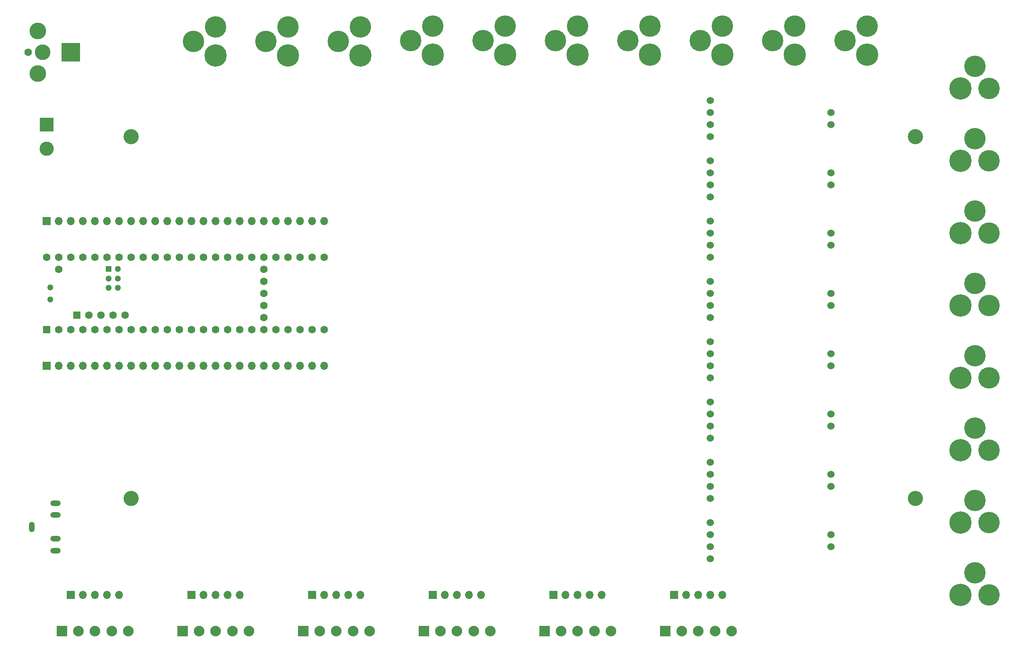
<source format=gbr>
%TF.GenerationSoftware,KiCad,Pcbnew,7.0.2-0*%
%TF.CreationDate,2023-06-26T15:28:45-04:00*%
%TF.ProjectId,6-Camera-PCB,362d4361-6d65-4726-912d-5043422e6b69,rev?*%
%TF.SameCoordinates,Original*%
%TF.FileFunction,Soldermask,Top*%
%TF.FilePolarity,Negative*%
%FSLAX46Y46*%
G04 Gerber Fmt 4.6, Leading zero omitted, Abs format (unit mm)*
G04 Created by KiCad (PCBNEW 7.0.2-0) date 2023-06-26 15:28:45*
%MOMM*%
%LPD*%
G01*
G04 APERTURE LIST*
G04 Aperture macros list*
%AMRoundRect*
0 Rectangle with rounded corners*
0 $1 Rounding radius*
0 $2 $3 $4 $5 $6 $7 $8 $9 X,Y pos of 4 corners*
0 Add a 4 corners polygon primitive as box body*
4,1,4,$2,$3,$4,$5,$6,$7,$8,$9,$2,$3,0*
0 Add four circle primitives for the rounded corners*
1,1,$1+$1,$2,$3*
1,1,$1+$1,$4,$5*
1,1,$1+$1,$6,$7*
1,1,$1+$1,$8,$9*
0 Add four rect primitives between the rounded corners*
20,1,$1+$1,$2,$3,$4,$5,0*
20,1,$1+$1,$4,$5,$6,$7,0*
20,1,$1+$1,$6,$7,$8,$9,0*
20,1,$1+$1,$8,$9,$2,$3,0*%
G04 Aperture macros list end*
%ADD10C,3.200000*%
%ADD11C,4.703200*%
%ADD12C,4.521200*%
%ADD13RoundRect,0.101600X-1.016000X-1.016000X1.016000X-1.016000X1.016000X1.016000X-1.016000X1.016000X0*%
%ADD14C,2.235200*%
%ADD15R,1.700000X1.700000*%
%ADD16O,1.700000X1.700000*%
%ADD17C,1.524000*%
%ADD18C,1.600000*%
%ADD19R,1.600000X1.600000*%
%ADD20R,1.300000X1.300000*%
%ADD21C,1.300000*%
%ADD22R,3.000000X3.000000*%
%ADD23C,3.000000*%
%ADD24O,2.200000X1.200000*%
%ADD25O,1.200000X2.200000*%
%ADD26C,3.500000*%
%ADD27C,3.300000*%
%ADD28R,4.000000X4.000000*%
G04 APERTURE END LIST*
D10*
%TO.C,H3*%
X228600000Y-50800000D03*
%TD*%
%TO.C,H4*%
X228600000Y-127000000D03*
%TD*%
%TO.C,H2*%
X63500000Y-50800000D03*
%TD*%
%TO.C,H1*%
X63500000Y-127000000D03*
%TD*%
D11*
%TO.C,J18*%
X96520000Y-33710880D03*
D12*
X96520000Y-27711400D03*
X91821000Y-30711140D03*
%TD*%
D11*
%TO.C,J17*%
X111760000Y-33710880D03*
D12*
X111760000Y-27711400D03*
X107061000Y-30711140D03*
%TD*%
D11*
%TO.C,J16*%
X127000000Y-33510880D03*
D12*
X127000000Y-27511400D03*
X122301000Y-30511140D03*
%TD*%
D11*
%TO.C,J11*%
X203200000Y-33510880D03*
D12*
X203200000Y-27511400D03*
X198501000Y-30511140D03*
%TD*%
%TO.C,J22*%
X241068860Y-112141000D03*
X244068600Y-116840000D03*
D11*
X238069120Y-116840000D03*
%TD*%
D12*
%TO.C,J23*%
X241068860Y-96901000D03*
X244068600Y-101600000D03*
D11*
X238069120Y-101600000D03*
%TD*%
%TO.C,J14*%
X157480000Y-33510880D03*
D12*
X157480000Y-27511400D03*
X152781000Y-30511140D03*
%TD*%
%TO.C,J21*%
X241068860Y-127381000D03*
X244068600Y-132080000D03*
D11*
X238069120Y-132080000D03*
%TD*%
D12*
%TO.C,J20*%
X241068860Y-142621000D03*
X244068600Y-147320000D03*
D11*
X238069120Y-147320000D03*
%TD*%
%TO.C,J10*%
X218440000Y-33510880D03*
D12*
X218440000Y-27511400D03*
X213741000Y-30511140D03*
%TD*%
D11*
%TO.C,J13*%
X172720000Y-33510880D03*
D12*
X172720000Y-27511400D03*
X168021000Y-30511140D03*
%TD*%
D11*
%TO.C,J12*%
X187960000Y-33510880D03*
D12*
X187960000Y-27511400D03*
X183261000Y-30511140D03*
%TD*%
D11*
%TO.C,J15*%
X142240000Y-33510880D03*
D12*
X142240000Y-27511400D03*
X137541000Y-30511140D03*
%TD*%
%TO.C,J26*%
X241068860Y-51181000D03*
X244068600Y-55880000D03*
D11*
X238069120Y-55880000D03*
%TD*%
D12*
%TO.C,J24*%
X241068860Y-81661000D03*
X244068600Y-86360000D03*
D11*
X238069120Y-86360000D03*
%TD*%
D12*
%TO.C,J25*%
X241068860Y-66421000D03*
X244068600Y-71120000D03*
D11*
X238069120Y-71120000D03*
%TD*%
D12*
%TO.C,J27*%
X241068860Y-35941000D03*
X244068600Y-40640000D03*
D11*
X238069120Y-40640000D03*
%TD*%
%TO.C,J19*%
X81280000Y-33710880D03*
D12*
X81280000Y-27711400D03*
X76581000Y-30711140D03*
%TD*%
D13*
%TO.C,J3*%
X48882300Y-154940000D03*
D14*
X52379880Y-154940000D03*
X55880000Y-154940000D03*
X59380120Y-154940000D03*
X62880240Y-154940000D03*
%TD*%
D15*
%TO.C,J28*%
X45720000Y-68580000D03*
D16*
X48260000Y-68580000D03*
X50800000Y-68580000D03*
X53340000Y-68580000D03*
X55880000Y-68580000D03*
X58420000Y-68580000D03*
X60960000Y-68580000D03*
X63500000Y-68580000D03*
X66040000Y-68580000D03*
X68580000Y-68580000D03*
X71120000Y-68580000D03*
X73660000Y-68580000D03*
X76200000Y-68580000D03*
X78740000Y-68580000D03*
X81280000Y-68580000D03*
X83820000Y-68580000D03*
X86360000Y-68580000D03*
X88900000Y-68580000D03*
X91440000Y-68580000D03*
X93980000Y-68580000D03*
X96520000Y-68580000D03*
X99060000Y-68580000D03*
X101600000Y-68580000D03*
X104140000Y-68580000D03*
%TD*%
D17*
%TO.C,U6*%
X185420000Y-88900000D03*
X185420000Y-86360000D03*
X185420000Y-83820000D03*
X185420000Y-81280000D03*
X210820000Y-83820000D03*
X210820000Y-86360000D03*
%TD*%
D13*
%TO.C,J4*%
X74282300Y-154940000D03*
D14*
X77779880Y-154940000D03*
X81280000Y-154940000D03*
X84780120Y-154940000D03*
X88280240Y-154940000D03*
%TD*%
D17*
%TO.C,U9*%
X185420000Y-50800000D03*
X185420000Y-48260000D03*
X185420000Y-45720000D03*
X185420000Y-43180000D03*
X210820000Y-45720000D03*
X210820000Y-48260000D03*
%TD*%
%TO.C,U8*%
X185420000Y-63500000D03*
X185420000Y-60960000D03*
X185420000Y-58420000D03*
X185420000Y-55880000D03*
X210820000Y-58420000D03*
X210820000Y-60960000D03*
%TD*%
D16*
%TO.C,J30*%
X137160000Y-147320000D03*
X134620000Y-147320000D03*
X132080000Y-147320000D03*
X129540000Y-147320000D03*
D15*
X127000000Y-147320000D03*
%TD*%
D16*
%TO.C,J31*%
X60960000Y-147320000D03*
X58420000Y-147320000D03*
X55880000Y-147320000D03*
X53340000Y-147320000D03*
D15*
X50800000Y-147320000D03*
%TD*%
D18*
%TO.C,U1*%
X48260000Y-78740000D03*
X62179200Y-88389200D03*
X59639200Y-88389200D03*
X57099200Y-88389200D03*
X54559200Y-88389200D03*
D19*
X52019200Y-88389200D03*
D18*
X45720000Y-76200000D03*
X48260000Y-76200000D03*
X50800000Y-76200000D03*
X53340000Y-76200000D03*
X55880000Y-76200000D03*
X58420000Y-76200000D03*
X60960000Y-76200000D03*
X63500000Y-76200000D03*
X66040000Y-76200000D03*
X68580000Y-76200000D03*
X71120000Y-76200000D03*
X73660000Y-76200000D03*
X76200000Y-76200000D03*
X78740000Y-76200000D03*
D19*
X45720000Y-91440000D03*
D18*
X48260000Y-91440000D03*
X50800000Y-91440000D03*
X53340000Y-91440000D03*
X55880000Y-91440000D03*
X58420000Y-91440000D03*
X60960000Y-91440000D03*
X63500000Y-91440000D03*
X66040000Y-91440000D03*
X68580000Y-91440000D03*
X71120000Y-91440000D03*
X73660000Y-91440000D03*
X76200000Y-91440000D03*
X81280000Y-76200000D03*
X83820000Y-76200000D03*
X86360000Y-76200000D03*
X88900000Y-76200000D03*
X91440000Y-76200000D03*
X93980000Y-76200000D03*
X96520000Y-76200000D03*
X99060000Y-76200000D03*
X101600000Y-76200000D03*
X104140000Y-76200000D03*
X104140000Y-91440000D03*
X101600000Y-91440000D03*
X99060000Y-91440000D03*
X96520000Y-91440000D03*
X78740000Y-91440000D03*
X81280000Y-91440000D03*
X83820000Y-91440000D03*
X93980000Y-91440000D03*
X91440000Y-91440000D03*
X88900000Y-91440000D03*
X86360000Y-91440000D03*
D20*
X58690000Y-78638400D03*
D21*
X60690000Y-78638400D03*
X58690000Y-80638400D03*
X60690000Y-80638400D03*
X60690000Y-82638400D03*
X58690000Y-82638400D03*
D18*
X91440000Y-88900000D03*
X91440000Y-86360000D03*
X91440000Y-83820000D03*
X91440000Y-81280000D03*
X91440000Y-78740000D03*
D21*
X46450000Y-85090000D03*
X46450000Y-82550000D03*
%TD*%
D17*
%TO.C,U7*%
X185420000Y-76200000D03*
X185420000Y-73660000D03*
X185420000Y-71120000D03*
X185420000Y-68580000D03*
X210820000Y-71120000D03*
X210820000Y-73660000D03*
%TD*%
%TO.C,U3*%
X185420000Y-127000000D03*
X185420000Y-124460000D03*
X185420000Y-121920000D03*
X185420000Y-119380000D03*
X210820000Y-121920000D03*
X210820000Y-124460000D03*
%TD*%
%TO.C,U5*%
X185420000Y-101600000D03*
X185420000Y-99060000D03*
X185420000Y-96520000D03*
X185420000Y-93980000D03*
X210820000Y-96520000D03*
X210820000Y-99060000D03*
%TD*%
D22*
%TO.C,J9*%
X45720000Y-48260000D03*
D23*
X45720000Y-53340000D03*
%TD*%
D17*
%TO.C,U4*%
X185420000Y-114300000D03*
X185420000Y-111760000D03*
X185420000Y-109220000D03*
X185420000Y-106680000D03*
X210820000Y-109220000D03*
X210820000Y-111760000D03*
%TD*%
D16*
%TO.C,J34*%
X162560000Y-147320000D03*
X160020000Y-147320000D03*
X157480000Y-147320000D03*
X154940000Y-147320000D03*
D15*
X152400000Y-147320000D03*
%TD*%
D13*
%TO.C,J6*%
X99682300Y-154940000D03*
D14*
X103179880Y-154940000D03*
X106680000Y-154940000D03*
X110180120Y-154940000D03*
X113680240Y-154940000D03*
%TD*%
D16*
%TO.C,J32*%
X86360000Y-147320000D03*
X83820000Y-147320000D03*
X81280000Y-147320000D03*
X78740000Y-147320000D03*
D15*
X76200000Y-147320000D03*
%TD*%
D13*
%TO.C,J2*%
X125082300Y-154940000D03*
D14*
X128579880Y-154940000D03*
X132080000Y-154940000D03*
X135580120Y-154940000D03*
X139080240Y-154940000D03*
%TD*%
D24*
%TO.C,J1*%
X47579794Y-135469853D03*
X47579794Y-137969853D03*
D25*
X42579794Y-132969853D03*
D24*
X47579794Y-130469853D03*
X47579794Y-127969853D03*
%TD*%
D16*
%TO.C,J33*%
X111760000Y-147320000D03*
X109220000Y-147320000D03*
X106680000Y-147320000D03*
X104140000Y-147320000D03*
D15*
X101600000Y-147320000D03*
%TD*%
%TO.C,J29*%
X45720000Y-99060000D03*
D16*
X48260000Y-99060000D03*
X50800000Y-99060000D03*
X53340000Y-99060000D03*
X55880000Y-99060000D03*
X58420000Y-99060000D03*
X60960000Y-99060000D03*
X63500000Y-99060000D03*
X66040000Y-99060000D03*
X68580000Y-99060000D03*
X71120000Y-99060000D03*
X73660000Y-99060000D03*
X76200000Y-99060000D03*
X78740000Y-99060000D03*
X81280000Y-99060000D03*
X83820000Y-99060000D03*
X86360000Y-99060000D03*
X88900000Y-99060000D03*
X91440000Y-99060000D03*
X93980000Y-99060000D03*
X96520000Y-99060000D03*
X99060000Y-99060000D03*
X101600000Y-99060000D03*
X104140000Y-99060000D03*
%TD*%
D13*
%TO.C,J5*%
X150482300Y-154940000D03*
D14*
X153979880Y-154940000D03*
X157480000Y-154940000D03*
X160980120Y-154940000D03*
X164480240Y-154940000D03*
%TD*%
D17*
%TO.C,U2*%
X185420000Y-139700000D03*
X185420000Y-137160000D03*
X185420000Y-134620000D03*
X185420000Y-132080000D03*
X210820000Y-134620000D03*
X210820000Y-137160000D03*
%TD*%
D26*
%TO.C,J8*%
X43800000Y-28520000D03*
X43800000Y-37520000D03*
D27*
X44800000Y-33020000D03*
D28*
X50800000Y-33020000D03*
D18*
X41800000Y-33020000D03*
%TD*%
D15*
%TO.C,J35*%
X177800000Y-147320000D03*
D16*
X180340000Y-147320000D03*
X182880000Y-147320000D03*
X185420000Y-147320000D03*
X187960000Y-147320000D03*
%TD*%
D13*
%TO.C,J7*%
X175882300Y-154940000D03*
D14*
X179379880Y-154940000D03*
X182880000Y-154940000D03*
X186380120Y-154940000D03*
X189880240Y-154940000D03*
%TD*%
M02*

</source>
